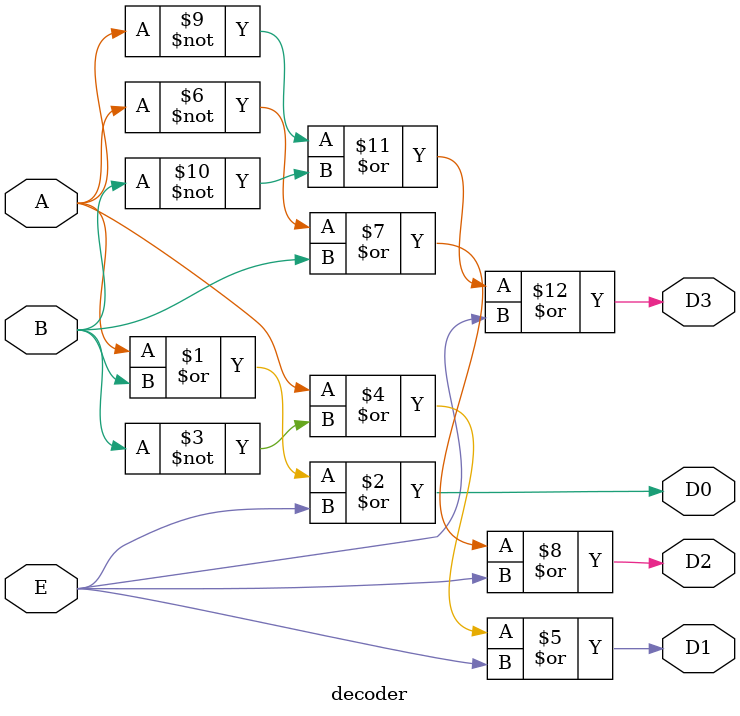
<source format=sv>
module decoder(
input A,B,E,
output D0,D1,D2,D3
 );
  assign D0= A|B|E;
  assign D1= A|~B|E;
  assign D2= ~A|B|E;
  assign D3= ~A|~B|E;
endmodule

</source>
